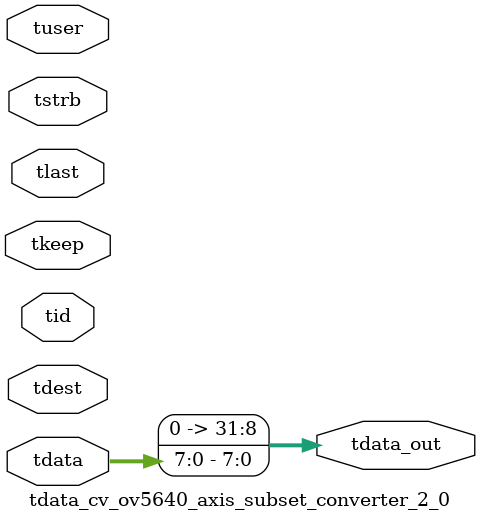
<source format=v>


`timescale 1ps/1ps

module tdata_cv_ov5640_axis_subset_converter_2_0 #
(
parameter C_S_AXIS_TDATA_WIDTH = 32,
parameter C_S_AXIS_TUSER_WIDTH = 0,
parameter C_S_AXIS_TID_WIDTH   = 0,
parameter C_S_AXIS_TDEST_WIDTH = 0,
parameter C_M_AXIS_TDATA_WIDTH = 32
)
(
input  [(C_S_AXIS_TDATA_WIDTH == 0 ? 1 : C_S_AXIS_TDATA_WIDTH)-1:0     ] tdata,
input  [(C_S_AXIS_TUSER_WIDTH == 0 ? 1 : C_S_AXIS_TUSER_WIDTH)-1:0     ] tuser,
input  [(C_S_AXIS_TID_WIDTH   == 0 ? 1 : C_S_AXIS_TID_WIDTH)-1:0       ] tid,
input  [(C_S_AXIS_TDEST_WIDTH == 0 ? 1 : C_S_AXIS_TDEST_WIDTH)-1:0     ] tdest,
input  [(C_S_AXIS_TDATA_WIDTH/8)-1:0 ] tkeep,
input  [(C_S_AXIS_TDATA_WIDTH/8)-1:0 ] tstrb,
input                                                                    tlast,
output [C_M_AXIS_TDATA_WIDTH-1:0] tdata_out
);

assign tdata_out = {tdata[7:0]};

endmodule


</source>
